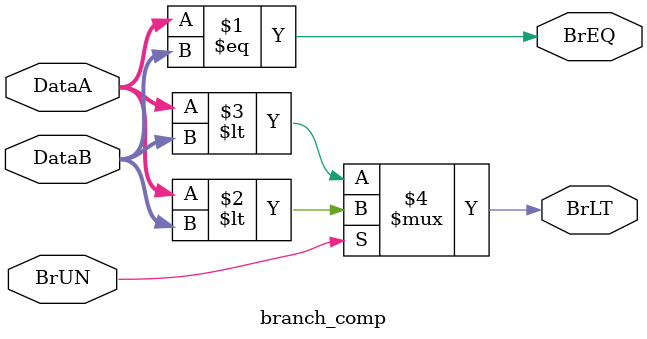
<source format=v>
module branch_comp
#(
  parameter integer AWIDTH=32,
  parameter integer DWIDTH=32
 )
 (
  input                 BrUN ,
  input  [DWIDTH-1:0]   DataA , 
  input  [DWIDTH-1:0]   DataB  ,

  output wire           BrEQ, 
  output wire           BrLT  
 );
  assign BrEQ = (DataA == DataB);
  assign BrLT = BrUN ? (DataA <  DataB) : ($signed(DataA) <  $signed(DataB));
endmodule


</source>
